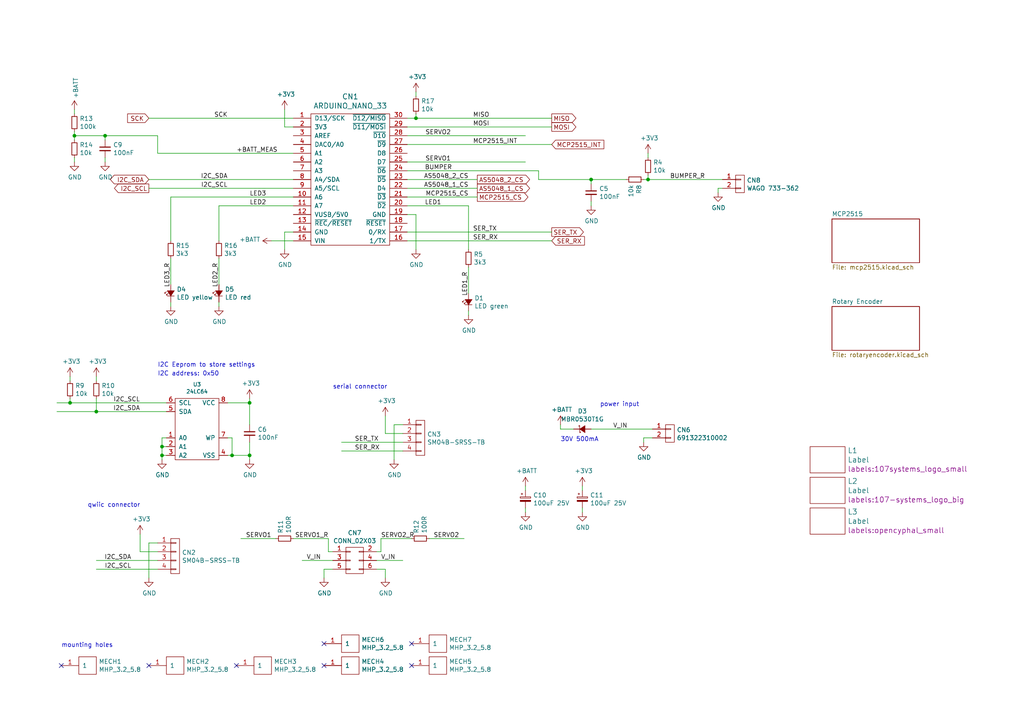
<source format=kicad_sch>
(kicad_sch (version 20211123) (generator eeschema)
  (paper "A4")
  (title_block (title "l3xz-hw_leg-controller") (date "2022-06-05") (rev "dev_0.2") (company "107-systems"))
  (lib_symbols
    (symbol "l3xz-leg-ctrl-hardware-rescue:+3.3V-power-supply" (power) (pin_names (offset 0))
      (property "Value" "+3.3V-power-supply" (at 0 3.556 0))
      (symbol "+3.3V-power-supply_0_1"
        (polyline (pts (xy -0.762 1.27) (xy 0 2.54)))
        (polyline (pts (xy 0 0) (xy 0 2.54)))
        (polyline (pts (xy 0 2.54) (xy 0.762 1.27)))
      )
      (symbol "+3.3V-power-supply_1_1"
        (pin power_in line (at 0 0 90) (length 0) hide (name "+3V3") (number "1"))
      )
    )
    (symbol "l3xz-leg-ctrl-hardware-rescue:+BATT-power-supply" (power) (pin_names (offset 0))
      (property "Value" "+BATT-power-supply" (at 0 3.556 0))
      (symbol "+BATT-power-supply_0_1"
        (polyline (pts (xy -0.762 1.27) (xy 0 2.54)))
        (polyline (pts (xy 0 0) (xy 0 2.54)))
        (polyline (pts (xy 0 2.54) (xy 0.762 1.27)))
      )
      (symbol "+BATT-power-supply_1_1"
        (pin power_in line (at 0 0 90) (length 0) hide (name "+BATT") (number "1"))
      )
    )
    (symbol "l3xz-leg-ctrl-hardware-rescue:24LC64-IC_interface_i2c" (pin_names (offset 1.016))
      (property "Reference" "U" (at 0 10.16 0))
      (property "Value" "24LC64-IC_interface_i2c" (at 0 -10.16 0))
      (symbol "24LC64-IC_interface_i2c_0_1"
        (rectangle (start -6.35 8.89) (end 6.35 -8.89))
      )
      (symbol "24LC64-IC_interface_i2c_1_1"
        (pin input line (at -8.89 -2.54 0) (length 2.54) (name "A0") (number "1"))
        (pin input line (at -8.89 -5.08 0) (length 2.54) (name "A1") (number "2"))
        (pin input line (at -8.89 -7.62 0) (length 2.54) (name "A2") (number "3"))
        (pin input line (at 8.89 -7.62 180) (length 2.54) (name "VSS") (number "4"))
        (pin input line (at -8.89 5.08 0) (length 2.54) (name "SDA") (number "5"))
        (pin input line (at -8.89 7.62 0) (length 2.54) (name "SCL") (number "6"))
        (pin input line (at 8.89 -2.54 180) (length 2.54) (name "WP") (number "7"))
        (pin input line (at 8.89 7.62 180) (length 2.54) (name "VCC") (number "8"))
      )
    )
    (symbol "l3xz-leg-ctrl-hardware-rescue:ARDUINO_NANO_33-MODULE_compute" (pin_names (offset 1.016))
      (property "Reference" "CN" (at 0 19.05 0))
      (property "Value" "ARDUINO_NANO_33-MODULE_compute" (at 0 -21.59 0))
      (symbol "ARDUINO_NANO_33-MODULE_compute_0_1"
        (rectangle (start -11.43 17.78) (end 11.43 -20.32))
      )
      (symbol "ARDUINO_NANO_33-MODULE_compute_1_1"
        (pin input line (at -16.51 16.51 0) (length 5.08) (name "D13/SCK") (number "1"))
        (pin input line (at -16.51 -6.35 0) (length 5.08) (name "A6") (number "10"))
        (pin input line (at -16.51 -8.89 0) (length 5.08) (name "A7") (number "11"))
        (pin power_out line (at -16.51 -11.43 0) (length 5.08) (name "VUSB/5V0") (number "12"))
        (pin input line (at -16.51 -13.97 0) (length 5.08) (name "~{REC}/~{RESET}") (number "13"))
        (pin input line (at -16.51 -16.51 0) (length 5.08) (name "GND") (number "14"))
        (pin power_in line (at -16.51 -19.05 0) (length 5.08) (name "VIN") (number "15"))
        (pin input line (at 16.51 -19.05 180) (length 5.08) (name "1/TX") (number "16"))
        (pin input line (at 16.51 -16.51 180) (length 5.08) (name "0/RX") (number "17"))
        (pin input line (at 16.51 -13.97 180) (length 5.08) (name "~{RESET}") (number "18"))
        (pin input line (at 16.51 -11.43 180) (length 5.08) (name "GND") (number "19"))
        (pin power_out line (at -16.51 13.97 0) (length 5.08) (name "3V3") (number "2"))
        (pin input line (at 16.51 -8.89 180) (length 5.08) (name "~{D2}") (number "20"))
        (pin input line (at 16.51 -6.35 180) (length 5.08) (name "~{D3}") (number "21"))
        (pin input line (at 16.51 -3.81 180) (length 5.08) (name "D4") (number "22"))
        (pin input line (at 16.51 -1.27 180) (length 5.08) (name "~{D5}") (number "23"))
        (pin input line (at 16.51 1.27 180) (length 5.08) (name "~{D6}") (number "24"))
        (pin input line (at 16.51 3.81 180) (length 5.08) (name "D7") (number "25"))
        (pin input line (at 16.51 6.35 180) (length 5.08) (name "D8") (number "26"))
        (pin input line (at 16.51 8.89 180) (length 5.08) (name "~{D9}") (number "27"))
        (pin input line (at 16.51 11.43 180) (length 5.08) (name "~{D10}") (number "28"))
        (pin input line (at 16.51 13.97 180) (length 5.08) (name "~{D11/MOSI}") (number "29"))
        (pin input line (at -16.51 11.43 0) (length 5.08) (name "AREF") (number "3"))
        (pin input line (at 16.51 16.51 180) (length 5.08) (name "~{D12/MISO}") (number "30"))
        (pin input line (at -16.51 8.89 0) (length 5.08) (name "DAC0/A0") (number "4"))
        (pin input line (at -16.51 6.35 0) (length 5.08) (name "A1") (number "5"))
        (pin input line (at -16.51 3.81 0) (length 5.08) (name "A2") (number "6"))
        (pin input line (at -16.51 1.27 0) (length 5.08) (name "A3") (number "7"))
        (pin input line (at -16.51 -1.27 0) (length 5.08) (name "A4/SDA") (number "8"))
        (pin input line (at -16.51 -3.81 0) (length 5.08) (name "A5/SCL") (number "9"))
      )
    )
    (symbol "l3xz-leg-ctrl-hardware-rescue:CONN_01X02-mechanical-connectors" (pin_names (offset 1.016) hide)
      (property "Reference" "P" (at 0 3.81 0))
      (property "Value" "CONN_01X02-mechanical-connectors" (at 2.54 0 90))
      (symbol "CONN_01X02-mechanical-connectors_0_1"
        (rectangle (start -1.27 -1.143) (end 0.254 -1.397))
        (rectangle (start -1.27 1.397) (end 0.254 1.143))
        (rectangle (start -1.27 2.54) (end 1.27 -2.54))
      )
      (symbol "CONN_01X02-mechanical-connectors_1_1"
        (pin passive line (at -5.08 1.27 0) (length 3.81) (name "P1") (number "1"))
        (pin passive line (at -5.08 -1.27 0) (length 3.81) (name "P2") (number "2"))
      )
    )
    (symbol "l3xz-leg-ctrl-hardware-rescue:CONN_01X04-mechanical-connectors" (pin_names (offset 1.016) hide)
      (property "Reference" "P" (at 0 6.35 0))
      (property "Value" "CONN_01X04-mechanical-connectors" (at 2.54 0 90))
      (symbol "CONN_01X04-mechanical-connectors_0_1"
        (rectangle (start -1.27 -3.683) (end 0.254 -3.937))
        (rectangle (start -1.27 -1.143) (end 0.254 -1.397))
        (rectangle (start -1.27 1.397) (end 0.254 1.143))
        (rectangle (start -1.27 3.937) (end 0.254 3.683))
        (rectangle (start -1.27 5.08) (end 1.27 -5.08))
      )
      (symbol "CONN_01X04-mechanical-connectors_1_1"
        (pin passive line (at -5.08 3.81 0) (length 3.81) (name "P1") (number "1"))
        (pin passive line (at -5.08 1.27 0) (length 3.81) (name "P2") (number "2"))
        (pin passive line (at -5.08 -1.27 0) (length 3.81) (name "P3") (number "3"))
        (pin passive line (at -5.08 -3.81 0) (length 3.81) (name "P4") (number "4"))
      )
    )
    (symbol "l3xz-leg-ctrl-hardware-rescue:CONN_02X03-mechanical-connectors" (pin_names (offset 0.0254) hide)
      (property "Reference" "P" (at 0 5.08 0))
      (property "Value" "CONN_02X03-mechanical-connectors" (at 0 -5.08 0))
      (symbol "CONN_02X03-mechanical-connectors_0_1"
        (rectangle (start -2.54 -2.413) (end -1.27 -2.667))
        (rectangle (start -2.54 0.127) (end -1.27 -0.127))
        (rectangle (start -2.54 2.667) (end -1.27 2.413))
        (rectangle (start -2.54 3.81) (end 2.54 -3.81))
        (rectangle (start 1.27 -2.413) (end 2.54 -2.667))
        (rectangle (start 1.27 0.127) (end 2.54 -0.127))
        (rectangle (start 1.27 2.667) (end 2.54 2.413))
      )
      (symbol "CONN_02X03-mechanical-connectors_1_1"
        (pin passive line (at -6.35 2.54 0) (length 3.81) (name "P1") (number "1"))
        (pin passive line (at 6.35 2.54 180) (length 3.81) (name "P2") (number "2"))
        (pin passive line (at -6.35 0 0) (length 3.81) (name "P3") (number "3"))
        (pin passive line (at 6.35 0 180) (length 3.81) (name "P4") (number "4"))
        (pin passive line (at -6.35 -2.54 0) (length 3.81) (name "P5") (number "5"))
        (pin passive line (at 6.35 -2.54 180) (length 3.81) (name "P6") (number "6"))
      )
    )
    (symbol "l3xz-leg-ctrl-hardware-rescue:CP_Small-devices" (pin_numbers hide) (pin_names (offset 0.254) hide)
      (property "Reference" "C" (at 0.254 1.778 0))
      (property "Value" "CP_Small-devices" (at 0.254 -2.032 0))
      (symbol "CP_Small-devices_0_1"
        (rectangle (start -1.524 -0.3048) (end 1.524 -0.6858) (fill (type outline)))
        (rectangle (start -1.524 0.6858) (end 1.524 0.3048))
        (polyline (pts (xy -1.27 1.524) (xy -0.762 1.524)))
        (polyline (pts (xy -1.016 1.27) (xy -1.016 1.778)))
      )
      (symbol "CP_Small-devices_1_1"
        (pin passive line (at 0 2.54 270) (length 1.8542) (name "~") (number "1"))
        (pin passive line (at 0 -2.54 90) (length 1.8542) (name "~") (number "2"))
      )
    )
    (symbol "l3xz-leg-ctrl-hardware-rescue:C_0603-devices" (pin_numbers hide) (pin_names (offset 0.254) hide)
      (property "Reference" "C" (at 0.254 1.778 0))
      (property "Value" "C_0603-devices" (at 0.254 -2.032 0))
      (symbol "C_0603-devices_0_1"
        (polyline (pts (xy -1.524 -0.508) (xy 1.524 -0.508)) (stroke (width 0.3302)))
        (polyline (pts (xy -1.524 0.508) (xy 1.524 0.508)) (stroke (width 0.3048)))
      )
      (symbol "C_0603-devices_1_1"
        (pin passive line (at 0 2.54 270) (length 1.905) (name "~") (number "1"))
        (pin passive line (at 0 -2.54 90) (length 2.032) (name "~") (number "2"))
      )
    )
    (symbol "l3xz-leg-ctrl-hardware-rescue:D_Schottky_Small-devices" (pin_numbers hide) (pin_names (offset 0.254) hide)
      (property "Reference" "D" (at -1.27 2.032 0))
      (property "Value" "D_Schottky_Small-devices" (at -7.112 -2.032 0))
      (symbol "D_Schottky_Small-devices_0_1"
        (polyline (pts (xy -0.762 -1.016) (xy -0.762 1.016)))
        (polyline (pts (xy -0.762 -1.016) (xy -0.508 -1.016) (xy -0.508 -0.762)))
        (polyline (pts (xy -0.762 1.016) (xy -1.016 1.016) (xy -1.016 0.762)))
        (polyline (pts (xy 0.762 -1.016) (xy -0.762 0) (xy 0.762 1.016) (xy 0.762 -1.016)) (fill (type outline)))
      )
      (symbol "D_Schottky_Small-devices_1_1"
        (pin passive line (at -2.54 0 0) (length 1.778) (name "K") (number "1"))
        (pin passive line (at 2.54 0 180) (length 1.778) (name "A") (number "2"))
      )
    )
    (symbol "l3xz-leg-ctrl-hardware-rescue:GND-power-supply" (power) (pin_names (offset 0))
      (property "Value" "GND-power-supply" (at 0 -3.81 0))
      (symbol "GND-power-supply_0_1"
        (polyline (pts (xy 0 0) (xy 0 -1.27) (xy 1.27 -1.27) (xy 0 -2.54) (xy -1.27 -1.27) (xy 0 -1.27)))
      )
      (symbol "GND-power-supply_1_1"
        (pin power_in line (at 0 0 270) (length 0) hide (name "GND") (number "1"))
      )
    )
    (symbol "l3xz-leg-ctrl-hardware-rescue:Label-devices" (pin_names (offset 1.016))
      (property "Reference" "L" (at 0 5.08 0))
      (property "Value" "Label-devices" (at 0 0 0))
      (symbol "Label-devices_0_1"
        (rectangle (start -5.08 3.81) (end 5.08 -3.81))
      )
    )
    (symbol "l3xz-leg-ctrl-hardware-rescue:Led_Small-devices" (pin_numbers hide) (pin_names (offset 0.254) hide)
      (property "Reference" "D" (at -1.27 3.175 0))
      (property "Value" "Led_Small-devices" (at -4.445 -2.54 0))
      (symbol "Led_Small-devices_0_1"
        (polyline (pts (xy -0.762 -1.016) (xy -0.762 1.016)))
        (polyline (pts (xy 0.762 -1.016) (xy -0.762 0) (xy 0.762 1.016) (xy 0.762 -1.016)) (fill (type outline)))
        (polyline (pts (xy 0 0.762) (xy -0.508 1.27) (xy -0.254 1.27) (xy -0.508 1.27) (xy -0.508 1.016)))
        (polyline (pts (xy 0.508 1.27) (xy 0 1.778) (xy 0.254 1.778) (xy 0 1.778) (xy 0 1.524)))
      )
      (symbol "Led_Small-devices_1_1"
        (pin passive line (at -2.54 0 0) (length 1.778) (name "K") (number "1"))
        (pin passive line (at 2.54 0 180) (length 1.778) (name "A") (number "2"))
      )
    )
    (symbol "l3xz-leg-ctrl-hardware-rescue:MHP_3.2_5.8-MECH_mounting-holes" (pin_names (offset 1.016))
      (property "Reference" "MECH" (at 0 3.81 0))
      (property "Value" "MHP_3.2_5.8-MECH_mounting-holes" (at 1.27 -3.81 0))
      (symbol "MHP_3.2_5.8-MECH_mounting-holes_1_1"
        (rectangle (start -2.54 2.54) (end 2.54 -2.54))
        (pin bidirectional line (at -7.62 0 0) (length 5.08) (name "1") (number "1"))
      )
    )
    (symbol "l3xz-leg-ctrl-hardware-rescue:R_0603-devices" (pin_numbers hide) (pin_names (offset 0.254) hide)
      (property "Reference" "R" (at 0.762 0.508 0))
      (property "Value" "R_0603-devices" (at 0.762 -1.016 0))
      (symbol "R_0603-devices_0_1"
        (rectangle (start -0.762 1.778) (end 0.762 -1.778) (stroke (width 0.2032)))
      )
      (symbol "R_0603-devices_1_1"
        (pin passive line (at 0 2.54 270) (length 0.762) (name "~") (number "1"))
        (pin passive line (at 0 -2.54 90) (length 0.762) (name "~") (number "2"))
      )
    )
  )
  (junction (at 72.39 132.08))
  (junction (at 21.59 39.37))
  (junction (at 120.65 34.29))
  (junction (at 187.96 52.07))
  (junction (at 30.48 39.37))
  (junction (at 171.45 52.07))
  (junction (at 67.31 132.08))
  (junction (at 46.99 129.54))
  (junction (at 20.32 116.84))
  (junction (at 72.39 116.84))
  (junction (at 27.94 119.38))
  (junction (at 46.99 132.08))
  (no_connect (at 68.58 193.04))
  (no_connect (at 119.38 193.04))
  (no_connect (at 119.38 186.69))
  (no_connect (at 93.98 186.69))
  (no_connect (at 43.18 193.04))
  (no_connect (at 93.98 193.04))
  (no_connect (at 17.78 193.04))
  (wire (pts (xy 20.32 115.57) (xy 20.32 116.84)))
  (wire (pts (xy 134.62 156.21) (xy 124.46 156.21)))
  (wire (pts (xy 171.45 53.34) (xy 171.45 52.07)))
  (wire (pts (xy 63.5 87.63) (xy 63.5 88.9)))
  (wire (pts (xy 16.51 119.38) (xy 27.94 119.38)))
  (wire (pts (xy 95.25 156.21) (xy 95.25 160.02)))
  (wire (pts (xy 30.48 39.37) (xy 45.72 39.37)))
  (wire (pts (xy 152.4 147.32) (xy 152.4 148.59)))
  (wire (pts (xy 82.55 36.83) (xy 82.55 31.75)))
  (wire (pts (xy 187.96 52.07) (xy 209.55 52.07)))
  (wire (pts (xy 118.11 59.69) (xy 135.89 59.69)))
  (wire (pts (xy 110.49 156.21) (xy 110.49 160.02)))
  (wire (pts (xy 82.55 67.31) (xy 82.55 72.39)))
  (wire (pts (xy 85.09 69.85) (xy 78.74 69.85)))
  (wire (pts (xy 66.04 127) (xy 67.31 127)))
  (wire (pts (xy 82.55 36.83) (xy 85.09 36.83)))
  (wire (pts (xy 20.32 116.84) (xy 48.26 116.84)))
  (wire (pts (xy 27.94 162.56) (xy 45.72 162.56)))
  (wire (pts (xy 138.43 52.07) (xy 118.11 52.07)))
  (wire (pts (xy 27.94 119.38) (xy 48.26 119.38)))
  (wire (pts (xy 116.84 162.56) (xy 109.22 162.56)))
  (wire (pts (xy 120.65 62.23) (xy 120.65 72.39)))
  (wire (pts (xy 96.52 165.1) (xy 93.98 165.1)))
  (wire (pts (xy 45.72 160.02) (xy 40.64 160.02)))
  (wire (pts (xy 160.02 67.31) (xy 118.11 67.31)))
  (wire (pts (xy 49.53 57.15) (xy 49.53 69.85)))
  (wire (pts (xy 43.18 157.48) (xy 43.18 167.64)))
  (wire (pts (xy 67.31 127) (xy 67.31 132.08)))
  (wire (pts (xy 45.72 44.45) (xy 85.09 44.45)))
  (wire (pts (xy 49.53 87.63) (xy 49.53 88.9)))
  (wire (pts (xy 160.02 41.91) (xy 118.11 41.91)))
  (wire (pts (xy 168.91 140.97) (xy 168.91 142.24)))
  (wire (pts (xy 99.06 130.81) (xy 116.84 130.81)))
  (wire (pts (xy 85.09 34.29) (xy 43.18 34.29)))
  (wire (pts (xy 120.65 27.94) (xy 120.65 26.67)))
  (wire (pts (xy 118.11 69.85) (xy 160.02 69.85)))
  (wire (pts (xy 111.76 165.1) (xy 111.76 167.64)))
  (wire (pts (xy 156.21 52.07) (xy 171.45 52.07)))
  (wire (pts (xy 99.06 128.27) (xy 116.84 128.27)))
  (wire (pts (xy 171.45 52.07) (xy 181.61 52.07)))
  (wire (pts (xy 16.51 116.84) (xy 20.32 116.84)))
  (wire (pts (xy 156.21 49.53) (xy 118.11 49.53)))
  (wire (pts (xy 186.69 127) (xy 189.23 127)))
  (wire (pts (xy 110.49 156.21) (xy 119.38 156.21)))
  (wire (pts (xy 66.04 132.08) (xy 67.31 132.08)))
  (wire (pts (xy 27.94 109.22) (xy 27.94 110.49)))
  (wire (pts (xy 208.28 54.61) (xy 208.28 55.88)))
  (wire (pts (xy 95.25 160.02) (xy 96.52 160.02)))
  (wire (pts (xy 46.99 132.08) (xy 46.99 133.35)))
  (wire (pts (xy 135.89 77.47) (xy 135.89 85.09)))
  (wire (pts (xy 67.31 132.08) (xy 72.39 132.08)))
  (wire (pts (xy 160.02 36.83) (xy 118.11 36.83)))
  (wire (pts (xy 72.39 115.57) (xy 72.39 116.84)))
  (wire (pts (xy 48.26 127) (xy 46.99 127)))
  (wire (pts (xy 168.91 147.32) (xy 168.91 148.59)))
  (wire (pts (xy 187.96 45.72) (xy 187.96 44.45)))
  (wire (pts (xy 30.48 39.37) (xy 30.48 40.64)))
  (wire (pts (xy 189.23 124.46) (xy 171.45 124.46)))
  (wire (pts (xy 85.09 57.15) (xy 49.53 57.15)))
  (wire (pts (xy 166.37 124.46) (xy 162.56 124.46)))
  (wire (pts (xy 118.11 62.23) (xy 120.65 62.23)))
  (wire (pts (xy 85.09 59.69) (xy 63.5 59.69)))
  (wire (pts (xy 45.72 44.45) (xy 45.72 39.37)))
  (wire (pts (xy 21.59 39.37) (xy 21.59 38.1)))
  (wire (pts (xy 152.4 140.97) (xy 152.4 142.24)))
  (wire (pts (xy 116.84 123.19) (xy 114.3 123.19)))
  (wire (pts (xy 120.65 34.29) (xy 118.11 34.29)))
  (wire (pts (xy 43.18 52.07) (xy 85.09 52.07)))
  (wire (pts (xy 114.3 123.19) (xy 114.3 133.35)))
  (wire (pts (xy 186.69 52.07) (xy 187.96 52.07)))
  (wire (pts (xy 43.18 54.61) (xy 85.09 54.61)))
  (wire (pts (xy 72.39 132.08) (xy 72.39 133.35)))
  (wire (pts (xy 138.43 54.61) (xy 118.11 54.61)))
  (wire (pts (xy 186.69 127) (xy 186.69 128.27)))
  (wire (pts (xy 187.96 50.8) (xy 187.96 52.07)))
  (wire (pts (xy 66.04 116.84) (xy 72.39 116.84)))
  (wire (pts (xy 72.39 116.84) (xy 72.39 123.19)))
  (wire (pts (xy 40.64 160.02) (xy 40.64 154.94)))
  (wire (pts (xy 116.84 125.73) (xy 111.76 125.73)))
  (wire (pts (xy 27.94 165.1) (xy 45.72 165.1)))
  (wire (pts (xy 111.76 125.73) (xy 111.76 120.65)))
  (wire (pts (xy 21.59 39.37) (xy 30.48 39.37)))
  (wire (pts (xy 27.94 115.57) (xy 27.94 119.38)))
  (wire (pts (xy 21.59 40.64) (xy 21.59 39.37)))
  (wire (pts (xy 46.99 127) (xy 46.99 129.54)))
  (wire (pts (xy 160.02 34.29) (xy 120.65 34.29)))
  (wire (pts (xy 45.72 157.48) (xy 43.18 157.48)))
  (wire (pts (xy 21.59 45.72) (xy 21.59 46.99)))
  (wire (pts (xy 48.26 129.54) (xy 46.99 129.54)))
  (wire (pts (xy 110.49 160.02) (xy 109.22 160.02)))
  (wire (pts (xy 20.32 109.22) (xy 20.32 110.49)))
  (wire (pts (xy 63.5 59.69) (xy 63.5 69.85)))
  (wire (pts (xy 63.5 74.93) (xy 63.5 82.55)))
  (wire (pts (xy 49.53 74.93) (xy 49.53 82.55)))
  (wire (pts (xy 135.89 59.69) (xy 135.89 72.39)))
  (wire (pts (xy 87.63 162.56) (xy 96.52 162.56)))
  (wire (pts (xy 46.99 129.54) (xy 46.99 132.08)))
  (wire (pts (xy 162.56 124.46) (xy 162.56 123.19)))
  (wire (pts (xy 152.4 46.99) (xy 118.11 46.99)))
  (wire (pts (xy 69.85 156.21) (xy 80.01 156.21)))
  (wire (pts (xy 209.55 54.61) (xy 208.28 54.61)))
  (wire (pts (xy 85.09 156.21) (xy 95.25 156.21)))
  (wire (pts (xy 48.26 132.08) (xy 46.99 132.08)))
  (wire (pts (xy 156.21 52.07) (xy 156.21 49.53)))
  (wire (pts (xy 138.43 57.15) (xy 118.11 57.15)))
  (wire (pts (xy 85.09 67.31) (xy 82.55 67.31)))
  (wire (pts (xy 120.65 33.02) (xy 120.65 34.29)))
  (wire (pts (xy 30.48 45.72) (xy 30.48 46.99)))
  (wire (pts (xy 109.22 165.1) (xy 111.76 165.1)))
  (wire (pts (xy 72.39 128.27) (xy 72.39 132.08)))
  (wire (pts (xy 135.89 90.17) (xy 135.89 91.44)))
  (wire (pts (xy 21.59 33.02) (xy 21.59 31.75)))
  (wire (pts (xy 171.45 58.42) (xy 171.45 59.69)))
  (wire (pts (xy 118.11 39.37) (xy 152.4 39.37)))
  (wire (pts (xy 93.98 165.1) (xy 93.98 167.64)))
  (text "serial connector" (at 96.52 113.03 0) (effects (font (size 1.27 1.27)) (justify left bottom)))
  (text "power input" (at 173.99 118.11 0) (effects (font (size 1.27 1.27)) (justify left bottom)))
  (text "I2C address: 0x50" (at 45.72 109.22 0) (effects (font (size 1.27 1.27)) (justify left bottom)))
  (text "qwiic connector" (at 25.4 147.32 0) (effects (font (size 1.27 1.27)) (justify left bottom)))
  (text "mounting holes" (at 17.78 187.96 0) (effects (font (size 1.27 1.27)) (justify left bottom)))
  (text "30V 500mA" (at 162.56 128.27 0) (effects (font (size 1.27 1.27)) (justify left bottom)))
  (text "I2C Eeprom to store settings" (at 45.72 106.68 0) (effects (font (size 1.27 1.27)) (justify left bottom)))
  (label "SERVO2_R" (at 110.49 156.21 0))
  (label "SERVO2" (at 125.73 156.21 0))
  (label "SCK" (at 66.04 34.29 180))
  (label "MOSI" (at 137.16 36.83 0))
  (label "SERVO1" (at 78.74 156.21 180))
  (label "V_IN" (at 177.8 124.46 0))
  (label "BUMPER" (at 123.19 49.53 0))
  (label "MCP2515_CS" (at 135.89 57.15 180))
  (label "SER_TX" (at 102.87 128.27 0))
  (label "SER_TX" (at 137.16 67.31 0))
  (label "MISO" (at 137.16 34.29 0))
  (label "SERVO2" (at 130.81 39.37 180))
  (label "SERVO1" (at 130.81 46.99 180))
  (label "I2C_SDA" (at 40.64 119.38 180))
  (label "I2C_SCL" (at 66.04 54.61 180))
  (label "I2C_SDA" (at 66.04 52.07 180))
  (label "LED1" (at 123.19 59.69 0))
  (label "I2C_SDA" (at 38.1 162.56 180))
  (label "V_IN" (at 88.9 162.56 0))
  (label "BUMPER_R" (at 194.31 52.07 0))
  (label "LED2" (at 72.39 59.69 0))
  (label "I2C_SCL" (at 38.1 165.1 180))
  (label "LED3" (at 72.39 57.15 0))
  (label "LED1_R" (at 135.89 78.74 270))
  (label "SER_RX" (at 137.16 69.85 0))
  (label "V_IN" (at 110.49 162.56 0))
  (label "AS5048_1_CS" (at 135.89 54.61 180))
  (label "I2C_SCL" (at 40.64 116.84 180))
  (label "AS5048_2_CS" (at 135.89 52.07 180))
  (label "+BATT_MEAS" (at 68.58 44.45 0))
  (label "SER_RX" (at 102.87 130.81 0))
  (label "LED3_R" (at 49.53 76.2 270))
  (label "LED2_R" (at 63.5 76.2 270))
  (label "SERVO1_R" (at 95.25 156.21 180))
  (label "MCP2515_INT" (at 137.16 41.91 0))
  (global_label "I2C_SCL" (shape output) (at 43.18 54.61 180) (property "Referenzen zwischen Schaltplänen" "${INTERSHEET_REFS}" (effects hide)))
  (global_label "SCK" (shape input) (at 43.18 34.29 180) (property "Referenzen zwischen Schaltplänen" "${INTERSHEET_REFS}" (effects hide)))
  (global_label "I2C_SDA" (shape bidirectional) (at 43.18 52.07 180) (property "Referenzen zwischen Schaltplänen" "${INTERSHEET_REFS}" (effects hide)))
  (global_label "AS5048_2_CS" (shape output) (at 138.43 52.07 0) (property "Referenzen zwischen Schaltplänen" "${INTERSHEET_REFS}" (effects hide)))
  (global_label "MOSI" (shape output) (at 160.02 36.83 0) (property "Referenzen zwischen Schaltplänen" "${INTERSHEET_REFS}" (effects hide)))
  (global_label "SER_TX" (shape output) (at 160.02 67.31 0) (property "Referenzen zwischen Schaltplänen" "${INTERSHEET_REFS}" (effects hide)))
  (global_label "MCP2515_INT" (shape input) (at 160.02 41.91 0) (property "Referenzen zwischen Schaltplänen" "${INTERSHEET_REFS}" (effects hide)))
  (global_label "SER_RX" (shape input) (at 160.02 69.85 0) (property "Referenzen zwischen Schaltplänen" "${INTERSHEET_REFS}" (effects hide)))
  (global_label "MISO" (shape output) (at 160.02 34.29 0) (property "Referenzen zwischen Schaltplänen" "${INTERSHEET_REFS}" (effects hide)))
  (global_label "AS5048_1_CS" (shape output) (at 138.43 54.61 0) (property "Referenzen zwischen Schaltplänen" "${INTERSHEET_REFS}" (effects hide)))
  (global_label "MCP2515_CS" (shape output) (at 138.43 57.15 0) (property "Referenzen zwischen Schaltplänen" "${INTERSHEET_REFS}" (effects hide)))
  (symbol (lib_id "l3xz-leg-ctrl-hardware-rescue:MHP_3.2_5.8-MECH_mounting-holes") (at 25.4 193.04 0) (unit 1)
    (property "Reference" "MECH1" (at 28.6512 191.8716 0) (effects (justify left)))
    (property "Value" "MHP_3.2_5.8" (at 28.6512 194.183 0) (effects (justify left)))
    (property "Footprint" "MECH_mounting_holes:MHP_3.2_5.8" (effects hide))
  )
  (symbol (lib_id "l3xz-leg-ctrl-hardware-rescue:MHP_3.2_5.8-MECH_mounting-holes") (at 50.8 193.04 0) (unit 1)
    (property "Reference" "MECH2" (at 54.0512 191.8716 0) (effects (justify left)))
    (property "Value" "MHP_3.2_5.8" (at 54.0512 194.183 0) (effects (justify left)))
    (property "Footprint" "MECH_mounting_holes:MHP_3.2_5.8" (effects hide))
  )
  (symbol (lib_id "l3xz-leg-ctrl-hardware-rescue:MHP_3.2_5.8-MECH_mounting-holes") (at 76.2 193.04 0) (unit 1)
    (property "Reference" "MECH3" (at 79.4512 191.8716 0) (effects (justify left)))
    (property "Value" "MHP_3.2_5.8" (at 79.4512 194.183 0) (effects (justify left)))
    (property "Footprint" "MECH_mounting_holes:MHP_3.2_5.8" (effects hide))
  )
  (symbol (lib_id "l3xz-leg-ctrl-hardware-rescue:MHP_3.2_5.8-MECH_mounting-holes") (at 101.6 193.04 0) (unit 1)
    (property "Reference" "MECH4" (at 104.8512 191.8716 0) (effects (justify left)))
    (property "Value" "MHP_3.2_5.8" (at 104.8512 194.183 0) (effects (justify left)))
    (property "Footprint" "MECH_mounting_holes:MHP_3.2_5.8" (effects hide))
  )
  (symbol (lib_id "l3xz-leg-ctrl-hardware-rescue:GND-power-supply") (at 82.55 72.39 0) (unit 1)
    (property "Reference" "#PWR01" (effects hide))
    (property "Value" "GND" (at 82.677 76.7842 0))
  )
  (symbol (lib_id "l3xz-leg-ctrl-hardware-rescue:+3.3V-power-supply") (at 82.55 31.75 0) (unit 1)
    (property "Reference" "#PWR02" (effects hide))
    (property "Value" "+3.3V" (at 82.931 27.3558 0))
  )
  (symbol (lib_id "l3xz-leg-ctrl-hardware-rescue:MHP_3.2_5.8-MECH_mounting-holes") (at 127 193.04 0) (unit 1)
    (property "Reference" "MECH5" (at 130.2512 191.8716 0) (effects (justify left)))
    (property "Value" "MHP_3.2_5.8" (at 130.2512 194.183 0) (effects (justify left)))
    (property "Footprint" "MECH_mounting_holes:MHP_3.2_5.8" (effects hide))
  )
  (symbol (lib_id "l3xz-leg-ctrl-hardware-rescue:MHP_3.2_5.8-MECH_mounting-holes") (at 101.6 186.69 0) (unit 1)
    (property "Reference" "MECH6" (at 104.8512 185.5216 0) (effects (justify left)))
    (property "Value" "MHP_3.2_5.8" (at 104.8512 187.833 0) (effects (justify left)))
    (property "Footprint" "MECH_mounting_holes:MHP_3.2_5.8" (effects hide))
  )
  (symbol (lib_id "l3xz-leg-ctrl-hardware-rescue:MHP_3.2_5.8-MECH_mounting-holes") (at 127 186.69 0) (unit 1)
    (property "Reference" "MECH7" (at 130.2512 185.5216 0) (effects (justify left)))
    (property "Value" "MHP_3.2_5.8" (at 130.2512 187.833 0) (effects (justify left)))
    (property "Footprint" "MECH_mounting_holes:MHP_3.2_5.8" (effects hide))
  )
  (symbol (lib_id "l3xz-leg-ctrl-hardware-rescue:ARDUINO_NANO_33-MODULE_compute") (at 101.6 50.8 0) (unit 1)
    (property "Reference" "CN1" (at 101.6 28.0162 0) (effects (font (size 1.524 1.524))))
    (property "Value" "ARDUINO_NANO_33" (at 101.6 30.7086 0) (effects (font (size 1.524 1.524))))
    (property "Footprint" "MODULE_compute:ARDUINO_NANO_33" (effects hide))
  )
  (symbol (lib_id "l3xz-leg-ctrl-hardware-rescue:Led_Small-devices") (at 135.89 87.63 90) (unit 1)
    (property "Reference" "D1" (at 137.6172 86.4616 90) (effects (justify right)))
    (property "Value" "LED green" (at 137.6172 88.773 90) (effects (justify right)))
    (property "Footprint" "LEDs:LED_0603" (effects hide))
  )
  (symbol (lib_id "l3xz-leg-ctrl-hardware-rescue:R_0603-devices") (at 135.89 74.93 0) (unit 1)
    (property "Reference" "R5" (at 137.3886 73.7616 0) (effects (justify left)))
    (property "Value" "3k3" (at 137.3886 76.073 0) (effects (justify left)))
    (property "Footprint" "resistors:R_0603" (effects hide))
  )
  (symbol (lib_id "l3xz-leg-ctrl-hardware-rescue:+3.3V-power-supply") (at 187.96 44.45 0) (unit 1)
    (property "Reference" "#PWR03" (effects hide))
    (property "Value" "+3.3V" (at 188.341 40.0558 0))
  )
  (symbol (lib_id "l3xz-leg-ctrl-hardware-rescue:GND-power-supply") (at 135.89 91.44 0) (unit 1)
    (property "Reference" "#PWR05" (effects hide))
    (property "Value" "GND" (at 136.017 95.8342 0))
  )
  (symbol (lib_id "l3xz-leg-ctrl-hardware-rescue:CONN_01X02-mechanical-connectors") (at 214.63 53.34 0) (unit 1)
    (property "Reference" "CN8" (at 216.6112 52.2986 0) (effects (justify left)))
    (property "Value" "WAGO 733-362" (at 216.6112 54.61 0) (effects (justify left)))
    (property "Footprint" "CON_wuerth:WR-TBL_691382010002" (effects hide))
  )
  (symbol (lib_id "l3xz-leg-ctrl-hardware-rescue:R_0603-devices") (at 187.96 48.26 0) (unit 1)
    (property "Reference" "R4" (at 189.4586 47.0916 0) (effects (justify left)))
    (property "Value" "10k" (at 189.4586 49.403 0) (effects (justify left)))
    (property "Footprint" "resistors:R_0603" (effects hide))
  )
  (symbol (lib_id "l3xz-leg-ctrl-hardware-rescue:GND-power-supply") (at 208.28 55.88 0) (unit 1)
    (property "Reference" "#PWR04" (effects hide))
    (property "Value" "GND" (at 208.407 60.2742 0))
  )
  (symbol (lib_id "l3xz-leg-ctrl-hardware-rescue:GND-power-supply") (at 120.65 72.39 0) (unit 1)
    (property "Reference" "#PWR0101" (effects hide))
    (property "Value" "GND" (at 120.777 76.7842 0))
  )
  (symbol (lib_id "l3xz-leg-ctrl-hardware-rescue:CONN_02X03-mechanical-connectors") (at 102.87 162.56 0) (unit 1)
    (property "Reference" "CN7" (at 102.87 154.559 0))
    (property "Value" "CONN_02X03" (at 102.87 156.8704 0))
    (property "Footprint" "pin_headers:Pin_Header_Angled_2x03" (effects hide))
  )
  (symbol (lib_id "l3xz-leg-ctrl-hardware-rescue:GND-power-supply") (at 93.98 167.64 0) (unit 1)
    (property "Reference" "#PWR032" (effects hide))
    (property "Value" "GND" (at 94.107 172.0342 0))
  )
  (symbol (lib_id "l3xz-leg-ctrl-hardware-rescue:GND-power-supply") (at 111.76 167.64 0) (unit 1)
    (property "Reference" "#PWR033" (effects hide))
    (property "Value" "GND" (at 111.887 172.0342 0))
  )
  (symbol (lib_id "l3xz-leg-ctrl-hardware-rescue:CONN_01X04-mechanical-connectors") (at 121.92 127 0) (unit 1)
    (property "Reference" "CN3" (at 123.9012 125.9586 0) (effects (justify left)))
    (property "Value" "SM04B-SRSS-TB" (at 123.9012 128.27 0) (effects (justify left)))
    (property "Footprint" "connectors_JST_SH:Connectors_JST_SM04B-SRSS-TB" (effects hide))
  )
  (symbol (lib_id "l3xz-leg-ctrl-hardware-rescue:GND-power-supply") (at 114.3 133.35 0) (unit 1)
    (property "Reference" "#PWR040" (effects hide))
    (property "Value" "GND" (at 114.427 137.7442 0))
  )
  (symbol (lib_id "l3xz-leg-ctrl-hardware-rescue:+3.3V-power-supply") (at 111.76 120.65 0) (unit 1)
    (property "Reference" "#PWR039" (effects hide))
    (property "Value" "+3.3V" (at 112.141 116.2558 0))
  )
  (symbol (lib_id "l3xz-leg-ctrl-hardware-rescue:R_0603-devices") (at 184.15 52.07 270) (unit 1)
    (property "Reference" "R8" (at 185.3184 53.5686 0) (effects (justify left)))
    (property "Value" "10k" (at 183.007 53.5686 0) (effects (justify left)))
    (property "Footprint" "resistors:R_0603" (effects hide))
  )
  (symbol (lib_id "l3xz-leg-ctrl-hardware-rescue:R_0603-devices") (at 20.32 113.03 0) (unit 1)
    (property "Reference" "R9" (at 21.8186 111.8616 0) (effects (justify left)))
    (property "Value" "10k" (at 21.8186 114.173 0) (effects (justify left)))
    (property "Footprint" "resistors:R_0603" (effects hide))
  )
  (symbol (lib_id "l3xz-leg-ctrl-hardware-rescue:R_0603-devices") (at 27.94 113.03 0) (unit 1)
    (property "Reference" "R10" (at 29.4386 111.8616 0) (effects (justify left)))
    (property "Value" "10k" (at 29.4386 114.173 0) (effects (justify left)))
    (property "Footprint" "resistors:R_0603" (effects hide))
  )
  (symbol (lib_id "l3xz-leg-ctrl-hardware-rescue:+3.3V-power-supply") (at 20.32 109.22 0) (unit 1)
    (property "Reference" "#PWR041" (effects hide))
    (property "Value" "+3.3V" (at 20.701 104.8258 0))
  )
  (symbol (lib_id "l3xz-leg-ctrl-hardware-rescue:+3.3V-power-supply") (at 27.94 109.22 0) (unit 1)
    (property "Reference" "#PWR042" (effects hide))
    (property "Value" "+3.3V" (at 28.321 104.8258 0))
  )
  (symbol (lib_id "l3xz-leg-ctrl-hardware-rescue:C_0603-devices") (at 171.45 55.88 0) (unit 1)
    (property "Reference" "C5" (at 173.7868 54.7116 0) (effects (justify left)))
    (property "Value" "100nF" (at 173.7868 57.023 0) (effects (justify left)))
    (property "Footprint" "capacitors:C_0603" (effects hide))
  )
  (symbol (lib_id "l3xz-leg-ctrl-hardware-rescue:GND-power-supply") (at 171.45 59.69 0) (unit 1)
    (property "Reference" "#PWR014" (effects hide))
    (property "Value" "GND" (at 171.577 64.0842 0))
  )
  (symbol (lib_id "l3xz-leg-ctrl-hardware-rescue:GND-power-supply") (at 43.18 167.64 0) (unit 1)
    (property "Reference" "#PWR031" (effects hide))
    (property "Value" "GND" (at 43.307 172.0342 0))
  )
  (symbol (lib_id "l3xz-leg-ctrl-hardware-rescue:CONN_01X04-mechanical-connectors") (at 50.8 161.29 0) (unit 1)
    (property "Reference" "CN2" (at 52.7812 160.2486 0) (effects (justify left)))
    (property "Value" "SM04B-SRSS-TB" (at 52.7812 162.56 0) (effects (justify left)))
    (property "Footprint" "connectors_JST_SH:Connectors_JST_SM04B-SRSS-TB" (effects hide))
  )
  (symbol (lib_id "l3xz-leg-ctrl-hardware-rescue:+3.3V-power-supply") (at 40.64 154.94 0) (unit 1)
    (property "Reference" "#PWR019" (effects hide))
    (property "Value" "+3.3V" (at 41.021 150.5458 0))
  )
  (symbol (lib_id "l3xz-leg-ctrl-hardware-rescue:R_0603-devices") (at 121.92 156.21 90) (unit 1)
    (property "Reference" "R12" (at 120.7516 154.7114 0) (effects (justify left)))
    (property "Value" "100R" (at 123.063 154.7114 0) (effects (justify left)))
    (property "Footprint" "resistors:R_0603" (effects hide))
  )
  (symbol (lib_id "l3xz-leg-ctrl-hardware-rescue:R_0603-devices") (at 82.55 156.21 90) (unit 1)
    (property "Reference" "R11" (at 81.3816 154.7114 0) (effects (justify left)))
    (property "Value" "100R" (at 83.693 154.7114 0) (effects (justify left)))
    (property "Footprint" "resistors:R_0603" (effects hide))
  )
  (symbol (lib_id "l3xz-leg-ctrl-hardware-rescue:24LC64-IC_interface_i2c") (at 57.15 124.46 0) (unit 1)
    (property "Reference" "U3" (at 57.15 111.506 0) (effects (font (size 1.0922 1.0922))))
    (property "Value" "24LC64" (at 57.15 113.5634 0) (effects (font (size 1.0922 1.0922))))
    (property "Footprint" "SOIC:SOIC-8_3.9x4.9mm_Pitch1.27mm" (effects hide))
  )
  (symbol (lib_id "l3xz-leg-ctrl-hardware-rescue:C_0603-devices") (at 72.39 125.73 0) (unit 1)
    (property "Reference" "C6" (at 74.7268 124.5616 0) (effects (justify left)))
    (property "Value" "100nF" (at 74.7268 126.873 0) (effects (justify left)))
    (property "Footprint" "capacitors:C_0603" (effects hide))
  )
  (symbol (lib_id "l3xz-leg-ctrl-hardware-rescue:+3.3V-power-supply") (at 72.39 115.57 0) (unit 1)
    (property "Reference" "#PWR016" (effects hide))
    (property "Value" "+3.3V" (at 72.771 111.1758 0))
  )
  (symbol (lib_id "l3xz-leg-ctrl-hardware-rescue:GND-power-supply") (at 72.39 133.35 0) (unit 1)
    (property "Reference" "#PWR018" (effects hide))
    (property "Value" "GND" (at 72.517 137.7442 0))
  )
  (symbol (lib_id "l3xz-leg-ctrl-hardware-rescue:GND-power-supply") (at 46.99 133.35 0) (unit 1)
    (property "Reference" "#PWR017" (effects hide))
    (property "Value" "GND" (at 47.117 137.7442 0))
  )
  (symbol (lib_id "l3xz-leg-ctrl-hardware-rescue:CONN_01X02-mechanical-connectors") (at 194.31 125.73 0) (unit 1)
    (property "Reference" "CN6" (at 196.2912 124.6886 0) (effects (justify left)))
    (property "Value" "691322310002" (at 196.2912 127 0) (effects (justify left)))
    (property "Footprint" "CON_wuerth:WR-TBL_691322310002" (effects hide))
  )
  (symbol (lib_id "l3xz-leg-ctrl-hardware-rescue:GND-power-supply") (at 186.69 128.27 0) (unit 1)
    (property "Reference" "#PWR021" (effects hide))
    (property "Value" "GND" (at 186.817 132.6642 0))
  )
  (symbol (lib_id "l3xz-leg-ctrl-hardware-rescue:D_Schottky_Small-devices") (at 168.91 124.46 0) (unit 1)
    (property "Reference" "D3" (at 168.91 119.253 0))
    (property "Value" "MBR0530T1G" (at 168.91 121.5644 0))
    (property "Footprint" "diodes:SOD-123" (effects hide))
  )
  (symbol (lib_id "l3xz-leg-ctrl-hardware-rescue:+BATT-power-supply") (at 162.56 123.19 0) (unit 1)
    (property "Reference" "#PWR020" (effects hide))
    (property "Value" "+BATT" (at 162.941 118.7958 0))
  )
  (symbol (lib_id "l3xz-leg-ctrl-hardware-rescue:+BATT-power-supply") (at 78.74 69.85 90) (unit 1)
    (property "Reference" "#PWR015" (effects hide))
    (property "Value" "+BATT" (at 75.5142 69.469 90) (effects (justify left)))
  )
  (symbol (lib_id "l3xz-leg-ctrl-hardware-rescue:Led_Small-devices") (at 63.5 85.09 90) (unit 1)
    (property "Reference" "D5" (at 65.2272 83.9216 90) (effects (justify right)))
    (property "Value" "LED red" (at 65.2272 86.233 90) (effects (justify right)))
    (property "Footprint" "LEDs:LED_0603" (effects hide))
  )
  (symbol (lib_id "l3xz-leg-ctrl-hardware-rescue:R_0603-devices") (at 63.5 72.39 0) (unit 1)
    (property "Reference" "R16" (at 64.9986 71.2216 0) (effects (justify left)))
    (property "Value" "3k3" (at 64.9986 73.533 0) (effects (justify left)))
    (property "Footprint" "resistors:R_0603" (effects hide))
  )
  (symbol (lib_id "l3xz-leg-ctrl-hardware-rescue:GND-power-supply") (at 63.5 88.9 0) (unit 1)
    (property "Reference" "#PWR047" (effects hide))
    (property "Value" "GND" (at 63.627 93.2942 0))
  )
  (symbol (lib_id "l3xz-leg-ctrl-hardware-rescue:Led_Small-devices") (at 49.53 85.09 90) (unit 1)
    (property "Reference" "D4" (at 51.2572 83.9216 90) (effects (justify right)))
    (property "Value" "LED yellow" (at 51.2572 86.233 90) (effects (justify right)))
    (property "Footprint" "LEDs:LED_0603" (effects hide))
  )
  (symbol (lib_id "l3xz-leg-ctrl-hardware-rescue:R_0603-devices") (at 49.53 72.39 0) (unit 1)
    (property "Reference" "R15" (at 51.0286 71.2216 0) (effects (justify left)))
    (property "Value" "3k3" (at 51.0286 73.533 0) (effects (justify left)))
    (property "Footprint" "resistors:R_0603" (effects hide))
  )
  (symbol (lib_id "l3xz-leg-ctrl-hardware-rescue:GND-power-supply") (at 49.53 88.9 0) (unit 1)
    (property "Reference" "#PWR046" (effects hide))
    (property "Value" "GND" (at 49.657 93.2942 0))
  )
  (symbol (lib_id "l3xz-leg-ctrl-hardware-rescue:R_0603-devices") (at 21.59 35.56 0) (unit 1)
    (property "Reference" "R13" (at 23.0886 34.3916 0) (effects (justify left)))
    (property "Value" "100k" (at 23.0886 36.703 0) (effects (justify left)))
    (property "Footprint" "resistors:R_0603" (effects hide))
  )
  (symbol (lib_id "l3xz-leg-ctrl-hardware-rescue:R_0603-devices") (at 21.59 43.18 0) (unit 1)
    (property "Reference" "R14" (at 23.0886 42.0116 0) (effects (justify left)))
    (property "Value" "10k" (at 23.0886 44.323 0) (effects (justify left)))
    (property "Footprint" "resistors:R_0603" (effects hide))
  )
  (symbol (lib_id "l3xz-leg-ctrl-hardware-rescue:C_0603-devices") (at 30.48 43.18 0) (unit 1)
    (property "Reference" "C9" (at 32.8168 42.0116 0) (effects (justify left)))
    (property "Value" "100nF" (at 32.8168 44.323 0) (effects (justify left)))
    (property "Footprint" "capacitors:C_0603" (effects hide))
  )
  (symbol (lib_id "l3xz-leg-ctrl-hardware-rescue:GND-power-supply") (at 30.48 46.99 0) (unit 1)
    (property "Reference" "#PWR045" (effects hide))
    (property "Value" "GND" (at 30.607 51.3842 0))
  )
  (symbol (lib_id "l3xz-leg-ctrl-hardware-rescue:GND-power-supply") (at 21.59 46.99 0) (unit 1)
    (property "Reference" "#PWR044" (effects hide))
    (property "Value" "GND" (at 21.717 51.3842 0))
  )
  (symbol (lib_id "l3xz-leg-ctrl-hardware-rescue:+BATT-power-supply") (at 21.59 31.75 0) (unit 1)
    (property "Reference" "#PWR043" (effects hide))
    (property "Value" "+BATT" (at 21.971 28.5242 90) (effects (justify left)))
  )
  (symbol (lib_id "l3xz-leg-ctrl-hardware-rescue:CP_Small-devices") (at 152.4 144.78 0) (unit 1)
    (property "Reference" "C10" (at 154.6352 143.6116 0) (effects (justify left)))
    (property "Value" "100uF 25V" (at 154.6352 145.923 0) (effects (justify left)))
    (property "Footprint" "capacitors:c_elec_8x10" (effects hide))
  )
  (symbol (lib_id "l3xz-leg-ctrl-hardware-rescue:GND-power-supply") (at 152.4 148.59 0) (unit 1)
    (property "Reference" "#PWR050" (effects hide))
    (property "Value" "GND" (at 152.527 152.9842 0))
  )
  (symbol (lib_id "l3xz-leg-ctrl-hardware-rescue:+BATT-power-supply") (at 152.4 140.97 0) (unit 1)
    (property "Reference" "#PWR048" (effects hide))
    (property "Value" "+BATT" (at 152.781 136.5758 0))
  )
  (symbol (lib_id "l3xz-leg-ctrl-hardware-rescue:CP_Small-devices") (at 168.91 144.78 0) (unit 1)
    (property "Reference" "C11" (at 171.1452 143.6116 0) (effects (justify left)))
    (property "Value" "100uF 25V" (at 171.1452 145.923 0) (effects (justify left)))
    (property "Footprint" "capacitors:c_elec_8x10" (effects hide))
  )
  (symbol (lib_id "l3xz-leg-ctrl-hardware-rescue:GND-power-supply") (at 168.91 148.59 0) (unit 1)
    (property "Reference" "#PWR051" (effects hide))
    (property "Value" "GND" (at 169.037 152.9842 0))
  )
  (symbol (lib_id "l3xz-leg-ctrl-hardware-rescue:+3.3V-power-supply") (at 168.91 140.97 0) (unit 1)
    (property "Reference" "#PWR049" (effects hide))
    (property "Value" "+3.3V" (at 169.291 136.5758 0))
  )
  (symbol (lib_id "l3xz-leg-ctrl-hardware-rescue:Label-devices") (at 240.03 133.35 0) (unit 1)
    (property "Reference" "L1" (at 245.8212 130.6576 0) (effects (font (size 1.524 1.524)) (justify left)))
    (property "Value" "Label" (at 245.8212 133.35 0) (effects (font (size 1.524 1.524)) (justify left)))
    (property "Footprint" "labels:107systems_logo_small" (at 245.8212 136.0424 0) (effects (font (size 1.524 1.524)) (justify left)))
  )
  (symbol (lib_id "l3xz-leg-ctrl-hardware-rescue:Label-devices") (at 240.03 142.24 0) (unit 1)
    (property "Reference" "L2" (at 245.8212 139.5476 0) (effects (font (size 1.524 1.524)) (justify left)))
    (property "Value" "Label" (at 245.8212 142.24 0) (effects (font (size 1.524 1.524)) (justify left)))
    (property "Footprint" "labels:107-systems_logo_big" (at 245.8212 144.9324 0) (effects (font (size 1.524 1.524)) (justify left)))
  )
  (symbol (lib_id "l3xz-leg-ctrl-hardware-rescue:Label-devices") (at 240.03 151.13 0) (unit 1)
    (property "Reference" "L3" (at 245.8212 148.4376 0) (effects (font (size 1.524 1.524)) (justify left)))
    (property "Value" "Label" (at 245.8212 151.13 0) (effects (font (size 1.524 1.524)) (justify left)))
    (property "Footprint" "labels:opencyphal_small" (at 245.8212 153.8224 0) (effects (font (size 1.524 1.524)) (justify left)))
  )
  (symbol (lib_id "l3xz-leg-ctrl-hardware-rescue:+3.3V-power-supply") (at 120.65 26.67 0) (unit 1)
    (property "Reference" "#PWR054" (effects hide))
    (property "Value" "+3.3V" (at 121.031 22.2758 0))
  )
  (symbol (lib_id "l3xz-leg-ctrl-hardware-rescue:R_0603-devices") (at 120.65 30.48 0) (unit 1)
    (property "Reference" "R17" (at 122.1486 29.3116 0) (effects (justify left)))
    (property "Value" "10k" (at 122.1486 31.623 0) (effects (justify left)))
    (property "Footprint" "resistors:R_0603" (effects hide))
  )
  (sheet (at 241.3 63.5) (size 25.4 12.7)
    (property "Sheet name" "MCP2515" (at 241.3 62.7884 0) (effects (justify left bottom)))
    (property "Sheet file" "mcp2515.kicad_sch" (at 241.3 76.7846 0) (effects (justify left top)))
  )
  (sheet (at 241.3 88.9) (size 25.4 12.7)
    (property "Sheet name" "Rotary Encoder" (at 241.3 88.1884 0) (effects (justify left bottom)))
    (property "Sheet file" "rotaryencoder.kicad_sch" (at 241.3 102.1846 0) (effects (justify left top)))
  )
)
</source>
